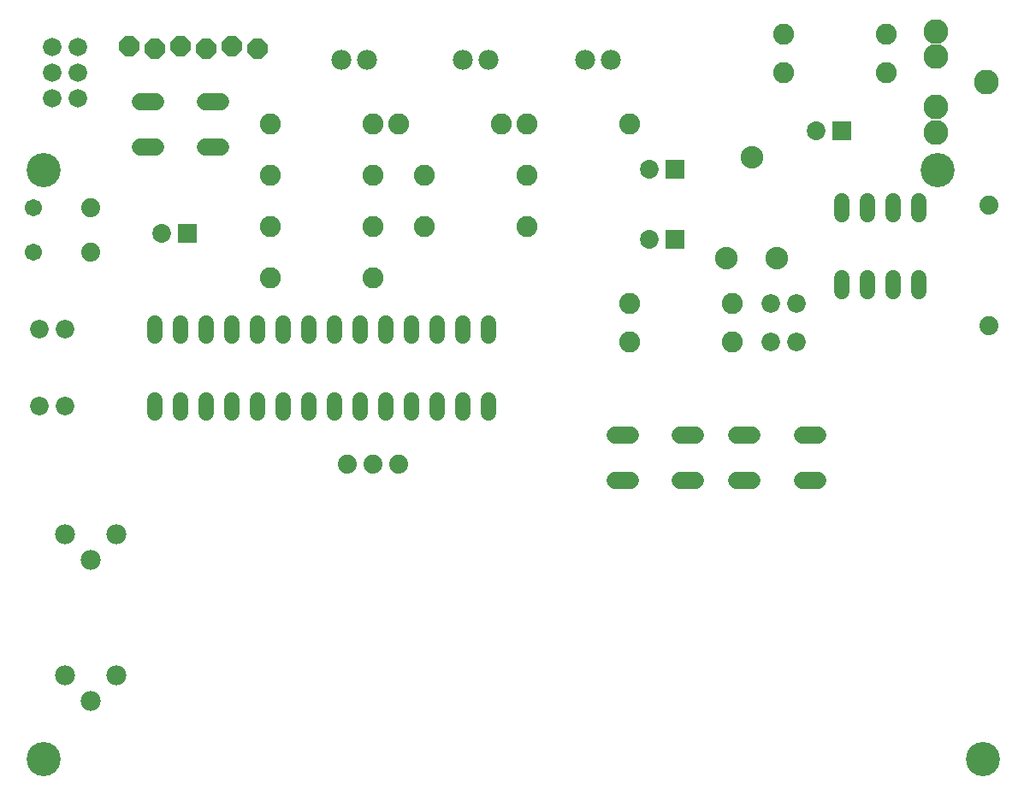
<source format=gbr>
G04 EAGLE Gerber X2 export*
%TF.Part,Single*%
%TF.FileFunction,Soldermask,Bot,1*%
%TF.FilePolarity,Negative*%
%TF.GenerationSoftware,Autodesk,EAGLE,9.1.0*%
%TF.CreationDate,2018-09-26T17:21:40Z*%
G75*
%MOMM*%
%FSLAX34Y34*%
%LPD*%
%AMOC8*
5,1,8,0,0,1.08239X$1,22.5*%
G01*
%ADD10C,3.378200*%
%ADD11C,1.524000*%
%ADD12C,1.879600*%
%ADD13P,2.144431X8X112.500000*%
%ADD14C,1.828800*%
%ADD15C,2.082800*%
%ADD16R,1.854200X1.854200*%
%ADD17C,1.854200*%
%ADD18C,1.981200*%
%ADD19C,1.727200*%
%ADD20C,2.463800*%
%ADD21C,1.841500*%
%ADD22C,1.703200*%
%ADD23C,2.235200*%


D10*
X29210Y57150D03*
X958850Y57150D03*
X914400Y640080D03*
X29210Y640080D03*
D11*
X139700Y413004D02*
X139700Y399796D01*
X165100Y399796D02*
X165100Y413004D01*
X190500Y413004D02*
X190500Y399796D01*
X215900Y399796D02*
X215900Y413004D01*
X241300Y413004D02*
X241300Y399796D01*
X266700Y399796D02*
X266700Y413004D01*
X292100Y413004D02*
X292100Y399796D01*
X317500Y399796D02*
X317500Y413004D01*
X342900Y413004D02*
X342900Y399796D01*
X368300Y399796D02*
X368300Y413004D01*
X393700Y413004D02*
X393700Y399796D01*
X419100Y399796D02*
X419100Y413004D01*
X444500Y413004D02*
X444500Y399796D01*
X469900Y399796D02*
X469900Y413004D01*
X469900Y475996D02*
X469900Y489204D01*
X444500Y489204D02*
X444500Y475996D01*
X419100Y475996D02*
X419100Y489204D01*
X393700Y489204D02*
X393700Y475996D01*
X368300Y475996D02*
X368300Y489204D01*
X342900Y489204D02*
X342900Y475996D01*
X317500Y475996D02*
X317500Y489204D01*
X292100Y489204D02*
X292100Y475996D01*
X266700Y475996D02*
X266700Y489204D01*
X241300Y489204D02*
X241300Y475996D01*
X215900Y475996D02*
X215900Y489204D01*
X190500Y489204D02*
X190500Y475996D01*
X165100Y475996D02*
X165100Y489204D01*
X139700Y489204D02*
X139700Y475996D01*
D12*
X330200Y349250D03*
X355600Y349250D03*
X381000Y349250D03*
D13*
X114300Y763270D03*
X139700Y760730D03*
X165100Y763270D03*
X190500Y760730D03*
X215900Y763270D03*
X241300Y760730D03*
D14*
X38100Y736600D03*
X63500Y736600D03*
X63500Y762000D03*
X38100Y762000D03*
X38100Y711200D03*
X63500Y711200D03*
D12*
X965200Y606100D03*
X965200Y486100D03*
D15*
X254000Y533400D03*
X355600Y533400D03*
X406400Y584200D03*
X508000Y584200D03*
X406400Y635000D03*
X508000Y635000D03*
X254000Y635000D03*
X355600Y635000D03*
X254000Y584200D03*
X355600Y584200D03*
X609600Y469900D03*
X711200Y469900D03*
X508000Y685800D03*
X609600Y685800D03*
X381000Y685800D03*
X482600Y685800D03*
X254000Y685800D03*
X355600Y685800D03*
D11*
X819150Y533654D02*
X819150Y520446D01*
X844550Y520446D02*
X844550Y533654D01*
X869950Y533654D02*
X869950Y520446D01*
X895350Y520446D02*
X895350Y533654D01*
X895350Y596646D02*
X895350Y609854D01*
X869950Y609854D02*
X869950Y596646D01*
X844550Y596646D02*
X844550Y609854D01*
X819150Y609854D02*
X819150Y596646D01*
D15*
X609600Y508000D03*
X711200Y508000D03*
X762000Y736600D03*
X863600Y736600D03*
X762000Y774700D03*
X863600Y774700D03*
D16*
X171450Y577850D03*
D17*
X146050Y577850D03*
D16*
X819150Y679450D03*
D17*
X793750Y679450D03*
D16*
X654050Y641350D03*
D17*
X628650Y641350D03*
D16*
X654050Y571500D03*
D17*
X628650Y571500D03*
D18*
X323850Y749300D03*
X349250Y749300D03*
X565150Y749300D03*
X590550Y749300D03*
X444500Y749300D03*
X469900Y749300D03*
D19*
X140208Y708406D02*
X124968Y708406D01*
X124968Y663194D02*
X140208Y663194D01*
X189992Y708406D02*
X205232Y708406D01*
X205232Y663194D02*
X189992Y663194D01*
X715518Y378206D02*
X730758Y378206D01*
X730758Y332994D02*
X715518Y332994D01*
X780542Y378206D02*
X795782Y378206D01*
X795782Y332994D02*
X780542Y332994D01*
X610108Y378206D02*
X594868Y378206D01*
X594868Y332994D02*
X610108Y332994D01*
X659892Y378206D02*
X675132Y378206D01*
X675132Y332994D02*
X659892Y332994D01*
D20*
X913000Y777710D03*
X963000Y727710D03*
X913000Y677710D03*
X913000Y702710D03*
X913000Y752710D03*
D21*
X25400Y482600D03*
X50800Y482600D03*
X25400Y406400D03*
X50800Y406400D03*
X749300Y469900D03*
X774700Y469900D03*
X749300Y508000D03*
X774700Y508000D03*
D12*
X76200Y603250D03*
X76200Y558800D03*
D22*
X19050Y558800D03*
X19050Y603250D03*
D18*
X76200Y114300D03*
X50800Y139700D03*
X101600Y139700D03*
X76200Y254000D03*
X50800Y279400D03*
X101600Y279400D03*
D23*
X705250Y553250D03*
X755250Y553250D03*
X730250Y653250D03*
M02*

</source>
